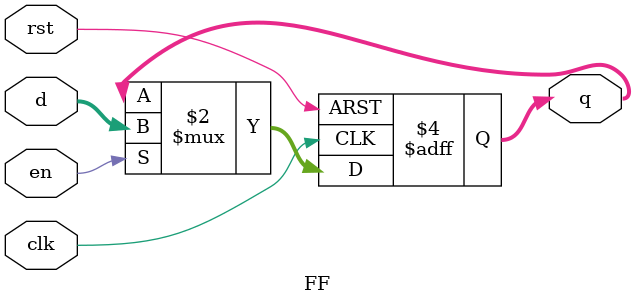
<source format=sv>


module FF( clk,  rst,  d,  q,  en);
input clk, rst, en;
parameter bit_width = 8;
input [bit_width-1:0] d;
output reg [bit_width-1:0] q;

always @(posedge clk, posedge rst) begin
    if(rst) q <= 0;
    else if (en) q <= d;
end

endmodule
</source>
